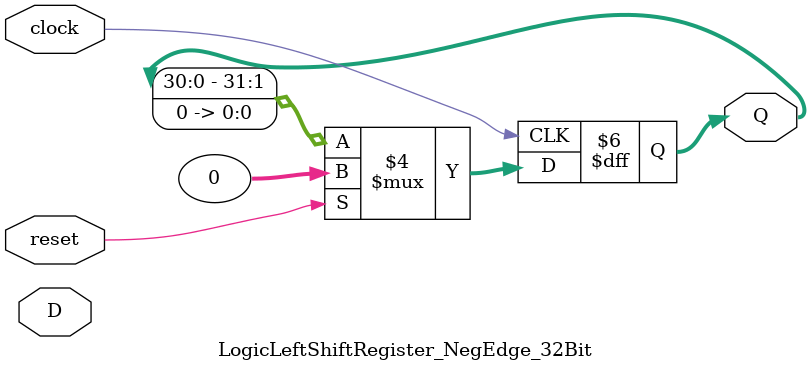
<source format=v>
module LogicLeftShiftRegister_NegEdge_32Bit (clock, reset, D, Q);
    input clock;
    input reset;
    input [31:0] D;
    output reg [31:0] Q;

    always @(negedge clock)
    begin
        if (reset)
            Q = 32'b00000000000000000000000000000000;
        else
            Q = Q << 1 ;        
    end
endmodule

</source>
